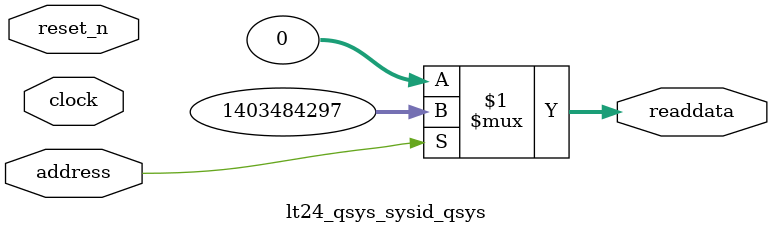
<source format=v>

`timescale 1ns / 1ps
// synthesis translate_on

// turn off superfluous verilog processor warnings 
// altera message_level Level1 
// altera message_off 10034 10035 10036 10037 10230 10240 10030 

module lt24_qsys_sysid_qsys (
               // inputs:
                address,
                clock,
                reset_n,

               // outputs:
                readdata
             )
;

  output  [ 31: 0] readdata;
  input            address;
  input            clock;
  input            reset_n;

  wire    [ 31: 0] readdata;
  //control_slave, which is an e_avalon_slave
  assign readdata = address ? 1403484297 : 0;

endmodule




</source>
